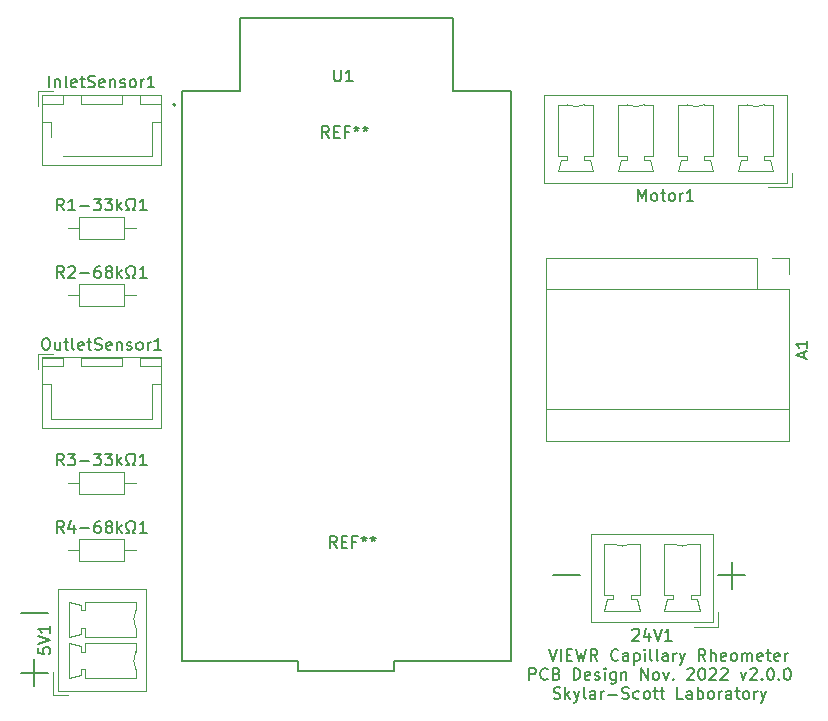
<source format=gbr>
%TF.GenerationSoftware,KiCad,Pcbnew,(6.0.1)*%
%TF.CreationDate,2022-10-31T14:49:25-07:00*%
%TF.ProjectId,Jianyi_PCB,4a69616e-7969-45f5-9043-422e6b696361,rev?*%
%TF.SameCoordinates,Original*%
%TF.FileFunction,Legend,Top*%
%TF.FilePolarity,Positive*%
%FSLAX46Y46*%
G04 Gerber Fmt 4.6, Leading zero omitted, Abs format (unit mm)*
G04 Created by KiCad (PCBNEW (6.0.1)) date 2022-10-31 14:49:25*
%MOMM*%
%LPD*%
G01*
G04 APERTURE LIST*
%ADD10C,0.150000*%
%ADD11C,0.120000*%
%ADD12C,0.127000*%
%ADD13C,0.200000*%
G04 APERTURE END LIST*
D10*
X115356857Y-105538380D02*
X115690190Y-106538380D01*
X116023523Y-105538380D01*
X116356857Y-106538380D02*
X116356857Y-105538380D01*
X116833047Y-106014571D02*
X117166380Y-106014571D01*
X117309238Y-106538380D02*
X116833047Y-106538380D01*
X116833047Y-105538380D01*
X117309238Y-105538380D01*
X117642571Y-105538380D02*
X117880666Y-106538380D01*
X118071142Y-105824095D01*
X118261619Y-106538380D01*
X118499714Y-105538380D01*
X119452095Y-106538380D02*
X119118761Y-106062190D01*
X118880666Y-106538380D02*
X118880666Y-105538380D01*
X119261619Y-105538380D01*
X119356857Y-105586000D01*
X119404476Y-105633619D01*
X119452095Y-105728857D01*
X119452095Y-105871714D01*
X119404476Y-105966952D01*
X119356857Y-106014571D01*
X119261619Y-106062190D01*
X118880666Y-106062190D01*
X121214000Y-106443142D02*
X121166380Y-106490761D01*
X121023523Y-106538380D01*
X120928285Y-106538380D01*
X120785428Y-106490761D01*
X120690190Y-106395523D01*
X120642571Y-106300285D01*
X120594952Y-106109809D01*
X120594952Y-105966952D01*
X120642571Y-105776476D01*
X120690190Y-105681238D01*
X120785428Y-105586000D01*
X120928285Y-105538380D01*
X121023523Y-105538380D01*
X121166380Y-105586000D01*
X121214000Y-105633619D01*
X122071142Y-106538380D02*
X122071142Y-106014571D01*
X122023523Y-105919333D01*
X121928285Y-105871714D01*
X121737809Y-105871714D01*
X121642571Y-105919333D01*
X122071142Y-106490761D02*
X121975904Y-106538380D01*
X121737809Y-106538380D01*
X121642571Y-106490761D01*
X121594952Y-106395523D01*
X121594952Y-106300285D01*
X121642571Y-106205047D01*
X121737809Y-106157428D01*
X121975904Y-106157428D01*
X122071142Y-106109809D01*
X122547333Y-105871714D02*
X122547333Y-106871714D01*
X122547333Y-105919333D02*
X122642571Y-105871714D01*
X122833047Y-105871714D01*
X122928285Y-105919333D01*
X122975904Y-105966952D01*
X123023523Y-106062190D01*
X123023523Y-106347904D01*
X122975904Y-106443142D01*
X122928285Y-106490761D01*
X122833047Y-106538380D01*
X122642571Y-106538380D01*
X122547333Y-106490761D01*
X123452095Y-106538380D02*
X123452095Y-105871714D01*
X123452095Y-105538380D02*
X123404476Y-105586000D01*
X123452095Y-105633619D01*
X123499714Y-105586000D01*
X123452095Y-105538380D01*
X123452095Y-105633619D01*
X124071142Y-106538380D02*
X123975904Y-106490761D01*
X123928285Y-106395523D01*
X123928285Y-105538380D01*
X124594952Y-106538380D02*
X124499714Y-106490761D01*
X124452095Y-106395523D01*
X124452095Y-105538380D01*
X125404476Y-106538380D02*
X125404476Y-106014571D01*
X125356857Y-105919333D01*
X125261619Y-105871714D01*
X125071142Y-105871714D01*
X124975904Y-105919333D01*
X125404476Y-106490761D02*
X125309238Y-106538380D01*
X125071142Y-106538380D01*
X124975904Y-106490761D01*
X124928285Y-106395523D01*
X124928285Y-106300285D01*
X124975904Y-106205047D01*
X125071142Y-106157428D01*
X125309238Y-106157428D01*
X125404476Y-106109809D01*
X125880666Y-106538380D02*
X125880666Y-105871714D01*
X125880666Y-106062190D02*
X125928285Y-105966952D01*
X125975904Y-105919333D01*
X126071142Y-105871714D01*
X126166380Y-105871714D01*
X126404476Y-105871714D02*
X126642571Y-106538380D01*
X126880666Y-105871714D02*
X126642571Y-106538380D01*
X126547333Y-106776476D01*
X126499714Y-106824095D01*
X126404476Y-106871714D01*
X128594952Y-106538380D02*
X128261619Y-106062190D01*
X128023523Y-106538380D02*
X128023523Y-105538380D01*
X128404476Y-105538380D01*
X128499714Y-105586000D01*
X128547333Y-105633619D01*
X128594952Y-105728857D01*
X128594952Y-105871714D01*
X128547333Y-105966952D01*
X128499714Y-106014571D01*
X128404476Y-106062190D01*
X128023523Y-106062190D01*
X129023523Y-106538380D02*
X129023523Y-105538380D01*
X129452095Y-106538380D02*
X129452095Y-106014571D01*
X129404476Y-105919333D01*
X129309238Y-105871714D01*
X129166380Y-105871714D01*
X129071142Y-105919333D01*
X129023523Y-105966952D01*
X130309238Y-106490761D02*
X130214000Y-106538380D01*
X130023523Y-106538380D01*
X129928285Y-106490761D01*
X129880666Y-106395523D01*
X129880666Y-106014571D01*
X129928285Y-105919333D01*
X130023523Y-105871714D01*
X130214000Y-105871714D01*
X130309238Y-105919333D01*
X130356857Y-106014571D01*
X130356857Y-106109809D01*
X129880666Y-106205047D01*
X130928285Y-106538380D02*
X130833047Y-106490761D01*
X130785428Y-106443142D01*
X130737809Y-106347904D01*
X130737809Y-106062190D01*
X130785428Y-105966952D01*
X130833047Y-105919333D01*
X130928285Y-105871714D01*
X131071142Y-105871714D01*
X131166380Y-105919333D01*
X131214000Y-105966952D01*
X131261619Y-106062190D01*
X131261619Y-106347904D01*
X131214000Y-106443142D01*
X131166380Y-106490761D01*
X131071142Y-106538380D01*
X130928285Y-106538380D01*
X131690190Y-106538380D02*
X131690190Y-105871714D01*
X131690190Y-105966952D02*
X131737809Y-105919333D01*
X131833047Y-105871714D01*
X131975904Y-105871714D01*
X132071142Y-105919333D01*
X132118761Y-106014571D01*
X132118761Y-106538380D01*
X132118761Y-106014571D02*
X132166380Y-105919333D01*
X132261619Y-105871714D01*
X132404476Y-105871714D01*
X132499714Y-105919333D01*
X132547333Y-106014571D01*
X132547333Y-106538380D01*
X133404476Y-106490761D02*
X133309238Y-106538380D01*
X133118761Y-106538380D01*
X133023523Y-106490761D01*
X132975904Y-106395523D01*
X132975904Y-106014571D01*
X133023523Y-105919333D01*
X133118761Y-105871714D01*
X133309238Y-105871714D01*
X133404476Y-105919333D01*
X133452095Y-106014571D01*
X133452095Y-106109809D01*
X132975904Y-106205047D01*
X133737809Y-105871714D02*
X134118761Y-105871714D01*
X133880666Y-105538380D02*
X133880666Y-106395523D01*
X133928285Y-106490761D01*
X134023523Y-106538380D01*
X134118761Y-106538380D01*
X134833047Y-106490761D02*
X134737809Y-106538380D01*
X134547333Y-106538380D01*
X134452095Y-106490761D01*
X134404476Y-106395523D01*
X134404476Y-106014571D01*
X134452095Y-105919333D01*
X134547333Y-105871714D01*
X134737809Y-105871714D01*
X134833047Y-105919333D01*
X134880666Y-106014571D01*
X134880666Y-106109809D01*
X134404476Y-106205047D01*
X135309238Y-106538380D02*
X135309238Y-105871714D01*
X135309238Y-106062190D02*
X135356857Y-105966952D01*
X135404476Y-105919333D01*
X135499714Y-105871714D01*
X135594952Y-105871714D01*
X113666380Y-108148380D02*
X113666380Y-107148380D01*
X114047333Y-107148380D01*
X114142571Y-107196000D01*
X114190190Y-107243619D01*
X114237809Y-107338857D01*
X114237809Y-107481714D01*
X114190190Y-107576952D01*
X114142571Y-107624571D01*
X114047333Y-107672190D01*
X113666380Y-107672190D01*
X115237809Y-108053142D02*
X115190190Y-108100761D01*
X115047333Y-108148380D01*
X114952095Y-108148380D01*
X114809238Y-108100761D01*
X114714000Y-108005523D01*
X114666380Y-107910285D01*
X114618761Y-107719809D01*
X114618761Y-107576952D01*
X114666380Y-107386476D01*
X114714000Y-107291238D01*
X114809238Y-107196000D01*
X114952095Y-107148380D01*
X115047333Y-107148380D01*
X115190190Y-107196000D01*
X115237809Y-107243619D01*
X115999714Y-107624571D02*
X116142571Y-107672190D01*
X116190190Y-107719809D01*
X116237809Y-107815047D01*
X116237809Y-107957904D01*
X116190190Y-108053142D01*
X116142571Y-108100761D01*
X116047333Y-108148380D01*
X115666380Y-108148380D01*
X115666380Y-107148380D01*
X115999714Y-107148380D01*
X116094952Y-107196000D01*
X116142571Y-107243619D01*
X116190190Y-107338857D01*
X116190190Y-107434095D01*
X116142571Y-107529333D01*
X116094952Y-107576952D01*
X115999714Y-107624571D01*
X115666380Y-107624571D01*
X117428285Y-108148380D02*
X117428285Y-107148380D01*
X117666380Y-107148380D01*
X117809238Y-107196000D01*
X117904476Y-107291238D01*
X117952095Y-107386476D01*
X117999714Y-107576952D01*
X117999714Y-107719809D01*
X117952095Y-107910285D01*
X117904476Y-108005523D01*
X117809238Y-108100761D01*
X117666380Y-108148380D01*
X117428285Y-108148380D01*
X118809238Y-108100761D02*
X118714000Y-108148380D01*
X118523523Y-108148380D01*
X118428285Y-108100761D01*
X118380666Y-108005523D01*
X118380666Y-107624571D01*
X118428285Y-107529333D01*
X118523523Y-107481714D01*
X118714000Y-107481714D01*
X118809238Y-107529333D01*
X118856857Y-107624571D01*
X118856857Y-107719809D01*
X118380666Y-107815047D01*
X119237809Y-108100761D02*
X119333047Y-108148380D01*
X119523523Y-108148380D01*
X119618761Y-108100761D01*
X119666380Y-108005523D01*
X119666380Y-107957904D01*
X119618761Y-107862666D01*
X119523523Y-107815047D01*
X119380666Y-107815047D01*
X119285428Y-107767428D01*
X119237809Y-107672190D01*
X119237809Y-107624571D01*
X119285428Y-107529333D01*
X119380666Y-107481714D01*
X119523523Y-107481714D01*
X119618761Y-107529333D01*
X120094952Y-108148380D02*
X120094952Y-107481714D01*
X120094952Y-107148380D02*
X120047333Y-107196000D01*
X120094952Y-107243619D01*
X120142571Y-107196000D01*
X120094952Y-107148380D01*
X120094952Y-107243619D01*
X120999714Y-107481714D02*
X120999714Y-108291238D01*
X120952095Y-108386476D01*
X120904476Y-108434095D01*
X120809238Y-108481714D01*
X120666380Y-108481714D01*
X120571142Y-108434095D01*
X120999714Y-108100761D02*
X120904476Y-108148380D01*
X120714000Y-108148380D01*
X120618761Y-108100761D01*
X120571142Y-108053142D01*
X120523523Y-107957904D01*
X120523523Y-107672190D01*
X120571142Y-107576952D01*
X120618761Y-107529333D01*
X120714000Y-107481714D01*
X120904476Y-107481714D01*
X120999714Y-107529333D01*
X121475904Y-107481714D02*
X121475904Y-108148380D01*
X121475904Y-107576952D02*
X121523523Y-107529333D01*
X121618761Y-107481714D01*
X121761619Y-107481714D01*
X121856857Y-107529333D01*
X121904476Y-107624571D01*
X121904476Y-108148380D01*
X123142571Y-108148380D02*
X123142571Y-107148380D01*
X123714000Y-108148380D01*
X123714000Y-107148380D01*
X124333047Y-108148380D02*
X124237809Y-108100761D01*
X124190190Y-108053142D01*
X124142571Y-107957904D01*
X124142571Y-107672190D01*
X124190190Y-107576952D01*
X124237809Y-107529333D01*
X124333047Y-107481714D01*
X124475904Y-107481714D01*
X124571142Y-107529333D01*
X124618761Y-107576952D01*
X124666380Y-107672190D01*
X124666380Y-107957904D01*
X124618761Y-108053142D01*
X124571142Y-108100761D01*
X124475904Y-108148380D01*
X124333047Y-108148380D01*
X124999714Y-107481714D02*
X125237809Y-108148380D01*
X125475904Y-107481714D01*
X125856857Y-108053142D02*
X125904476Y-108100761D01*
X125856857Y-108148380D01*
X125809238Y-108100761D01*
X125856857Y-108053142D01*
X125856857Y-108148380D01*
X127047333Y-107243619D02*
X127094952Y-107196000D01*
X127190190Y-107148380D01*
X127428285Y-107148380D01*
X127523523Y-107196000D01*
X127571142Y-107243619D01*
X127618761Y-107338857D01*
X127618761Y-107434095D01*
X127571142Y-107576952D01*
X126999714Y-108148380D01*
X127618761Y-108148380D01*
X128237809Y-107148380D02*
X128333047Y-107148380D01*
X128428285Y-107196000D01*
X128475904Y-107243619D01*
X128523523Y-107338857D01*
X128571142Y-107529333D01*
X128571142Y-107767428D01*
X128523523Y-107957904D01*
X128475904Y-108053142D01*
X128428285Y-108100761D01*
X128333047Y-108148380D01*
X128237809Y-108148380D01*
X128142571Y-108100761D01*
X128094952Y-108053142D01*
X128047333Y-107957904D01*
X127999714Y-107767428D01*
X127999714Y-107529333D01*
X128047333Y-107338857D01*
X128094952Y-107243619D01*
X128142571Y-107196000D01*
X128237809Y-107148380D01*
X128952095Y-107243619D02*
X128999714Y-107196000D01*
X129094952Y-107148380D01*
X129333047Y-107148380D01*
X129428285Y-107196000D01*
X129475904Y-107243619D01*
X129523523Y-107338857D01*
X129523523Y-107434095D01*
X129475904Y-107576952D01*
X128904476Y-108148380D01*
X129523523Y-108148380D01*
X129904476Y-107243619D02*
X129952095Y-107196000D01*
X130047333Y-107148380D01*
X130285428Y-107148380D01*
X130380666Y-107196000D01*
X130428285Y-107243619D01*
X130475904Y-107338857D01*
X130475904Y-107434095D01*
X130428285Y-107576952D01*
X129856857Y-108148380D01*
X130475904Y-108148380D01*
X131571142Y-107481714D02*
X131809238Y-108148380D01*
X132047333Y-107481714D01*
X132380666Y-107243619D02*
X132428285Y-107196000D01*
X132523523Y-107148380D01*
X132761619Y-107148380D01*
X132856857Y-107196000D01*
X132904476Y-107243619D01*
X132952095Y-107338857D01*
X132952095Y-107434095D01*
X132904476Y-107576952D01*
X132333047Y-108148380D01*
X132952095Y-108148380D01*
X133380666Y-108053142D02*
X133428285Y-108100761D01*
X133380666Y-108148380D01*
X133333047Y-108100761D01*
X133380666Y-108053142D01*
X133380666Y-108148380D01*
X134047333Y-107148380D02*
X134142571Y-107148380D01*
X134237809Y-107196000D01*
X134285428Y-107243619D01*
X134333047Y-107338857D01*
X134380666Y-107529333D01*
X134380666Y-107767428D01*
X134333047Y-107957904D01*
X134285428Y-108053142D01*
X134237809Y-108100761D01*
X134142571Y-108148380D01*
X134047333Y-108148380D01*
X133952095Y-108100761D01*
X133904476Y-108053142D01*
X133856857Y-107957904D01*
X133809238Y-107767428D01*
X133809238Y-107529333D01*
X133856857Y-107338857D01*
X133904476Y-107243619D01*
X133952095Y-107196000D01*
X134047333Y-107148380D01*
X134809238Y-108053142D02*
X134856857Y-108100761D01*
X134809238Y-108148380D01*
X134761619Y-108100761D01*
X134809238Y-108053142D01*
X134809238Y-108148380D01*
X135475904Y-107148380D02*
X135571142Y-107148380D01*
X135666380Y-107196000D01*
X135714000Y-107243619D01*
X135761619Y-107338857D01*
X135809238Y-107529333D01*
X135809238Y-107767428D01*
X135761619Y-107957904D01*
X135714000Y-108053142D01*
X135666380Y-108100761D01*
X135571142Y-108148380D01*
X135475904Y-108148380D01*
X135380666Y-108100761D01*
X135333047Y-108053142D01*
X135285428Y-107957904D01*
X135237809Y-107767428D01*
X135237809Y-107529333D01*
X135285428Y-107338857D01*
X135333047Y-107243619D01*
X135380666Y-107196000D01*
X135475904Y-107148380D01*
X115737809Y-109710761D02*
X115880666Y-109758380D01*
X116118761Y-109758380D01*
X116214000Y-109710761D01*
X116261619Y-109663142D01*
X116309238Y-109567904D01*
X116309238Y-109472666D01*
X116261619Y-109377428D01*
X116214000Y-109329809D01*
X116118761Y-109282190D01*
X115928285Y-109234571D01*
X115833047Y-109186952D01*
X115785428Y-109139333D01*
X115737809Y-109044095D01*
X115737809Y-108948857D01*
X115785428Y-108853619D01*
X115833047Y-108806000D01*
X115928285Y-108758380D01*
X116166380Y-108758380D01*
X116309238Y-108806000D01*
X116737809Y-109758380D02*
X116737809Y-108758380D01*
X116833047Y-109377428D02*
X117118761Y-109758380D01*
X117118761Y-109091714D02*
X116737809Y-109472666D01*
X117452095Y-109091714D02*
X117690190Y-109758380D01*
X117928285Y-109091714D02*
X117690190Y-109758380D01*
X117594952Y-109996476D01*
X117547333Y-110044095D01*
X117452095Y-110091714D01*
X118452095Y-109758380D02*
X118356857Y-109710761D01*
X118309238Y-109615523D01*
X118309238Y-108758380D01*
X119261619Y-109758380D02*
X119261619Y-109234571D01*
X119214000Y-109139333D01*
X119118761Y-109091714D01*
X118928285Y-109091714D01*
X118833047Y-109139333D01*
X119261619Y-109710761D02*
X119166380Y-109758380D01*
X118928285Y-109758380D01*
X118833047Y-109710761D01*
X118785428Y-109615523D01*
X118785428Y-109520285D01*
X118833047Y-109425047D01*
X118928285Y-109377428D01*
X119166380Y-109377428D01*
X119261619Y-109329809D01*
X119737809Y-109758380D02*
X119737809Y-109091714D01*
X119737809Y-109282190D02*
X119785428Y-109186952D01*
X119833047Y-109139333D01*
X119928285Y-109091714D01*
X120023523Y-109091714D01*
X120356857Y-109377428D02*
X121118761Y-109377428D01*
X121547333Y-109710761D02*
X121690190Y-109758380D01*
X121928285Y-109758380D01*
X122023523Y-109710761D01*
X122071142Y-109663142D01*
X122118761Y-109567904D01*
X122118761Y-109472666D01*
X122071142Y-109377428D01*
X122023523Y-109329809D01*
X121928285Y-109282190D01*
X121737809Y-109234571D01*
X121642571Y-109186952D01*
X121594952Y-109139333D01*
X121547333Y-109044095D01*
X121547333Y-108948857D01*
X121594952Y-108853619D01*
X121642571Y-108806000D01*
X121737809Y-108758380D01*
X121975904Y-108758380D01*
X122118761Y-108806000D01*
X122975904Y-109710761D02*
X122880666Y-109758380D01*
X122690190Y-109758380D01*
X122594952Y-109710761D01*
X122547333Y-109663142D01*
X122499714Y-109567904D01*
X122499714Y-109282190D01*
X122547333Y-109186952D01*
X122594952Y-109139333D01*
X122690190Y-109091714D01*
X122880666Y-109091714D01*
X122975904Y-109139333D01*
X123547333Y-109758380D02*
X123452095Y-109710761D01*
X123404476Y-109663142D01*
X123356857Y-109567904D01*
X123356857Y-109282190D01*
X123404476Y-109186952D01*
X123452095Y-109139333D01*
X123547333Y-109091714D01*
X123690190Y-109091714D01*
X123785428Y-109139333D01*
X123833047Y-109186952D01*
X123880666Y-109282190D01*
X123880666Y-109567904D01*
X123833047Y-109663142D01*
X123785428Y-109710761D01*
X123690190Y-109758380D01*
X123547333Y-109758380D01*
X124166380Y-109091714D02*
X124547333Y-109091714D01*
X124309238Y-108758380D02*
X124309238Y-109615523D01*
X124356857Y-109710761D01*
X124452095Y-109758380D01*
X124547333Y-109758380D01*
X124737809Y-109091714D02*
X125118761Y-109091714D01*
X124880666Y-108758380D02*
X124880666Y-109615523D01*
X124928285Y-109710761D01*
X125023523Y-109758380D01*
X125118761Y-109758380D01*
X126690190Y-109758380D02*
X126214000Y-109758380D01*
X126214000Y-108758380D01*
X127452095Y-109758380D02*
X127452095Y-109234571D01*
X127404476Y-109139333D01*
X127309238Y-109091714D01*
X127118761Y-109091714D01*
X127023523Y-109139333D01*
X127452095Y-109710761D02*
X127356857Y-109758380D01*
X127118761Y-109758380D01*
X127023523Y-109710761D01*
X126975904Y-109615523D01*
X126975904Y-109520285D01*
X127023523Y-109425047D01*
X127118761Y-109377428D01*
X127356857Y-109377428D01*
X127452095Y-109329809D01*
X127928285Y-109758380D02*
X127928285Y-108758380D01*
X127928285Y-109139333D02*
X128023523Y-109091714D01*
X128214000Y-109091714D01*
X128309238Y-109139333D01*
X128356857Y-109186952D01*
X128404476Y-109282190D01*
X128404476Y-109567904D01*
X128356857Y-109663142D01*
X128309238Y-109710761D01*
X128214000Y-109758380D01*
X128023523Y-109758380D01*
X127928285Y-109710761D01*
X128975904Y-109758380D02*
X128880666Y-109710761D01*
X128833047Y-109663142D01*
X128785428Y-109567904D01*
X128785428Y-109282190D01*
X128833047Y-109186952D01*
X128880666Y-109139333D01*
X128975904Y-109091714D01*
X129118761Y-109091714D01*
X129214000Y-109139333D01*
X129261619Y-109186952D01*
X129309238Y-109282190D01*
X129309238Y-109567904D01*
X129261619Y-109663142D01*
X129214000Y-109710761D01*
X129118761Y-109758380D01*
X128975904Y-109758380D01*
X129737809Y-109758380D02*
X129737809Y-109091714D01*
X129737809Y-109282190D02*
X129785428Y-109186952D01*
X129833047Y-109139333D01*
X129928285Y-109091714D01*
X130023523Y-109091714D01*
X130785428Y-109758380D02*
X130785428Y-109234571D01*
X130737809Y-109139333D01*
X130642571Y-109091714D01*
X130452095Y-109091714D01*
X130356857Y-109139333D01*
X130785428Y-109710761D02*
X130690190Y-109758380D01*
X130452095Y-109758380D01*
X130356857Y-109710761D01*
X130309238Y-109615523D01*
X130309238Y-109520285D01*
X130356857Y-109425047D01*
X130452095Y-109377428D01*
X130690190Y-109377428D01*
X130785428Y-109329809D01*
X131118761Y-109091714D02*
X131499714Y-109091714D01*
X131261619Y-108758380D02*
X131261619Y-109615523D01*
X131309238Y-109710761D01*
X131404476Y-109758380D01*
X131499714Y-109758380D01*
X131975904Y-109758380D02*
X131880666Y-109710761D01*
X131833047Y-109663142D01*
X131785428Y-109567904D01*
X131785428Y-109282190D01*
X131833047Y-109186952D01*
X131880666Y-109139333D01*
X131975904Y-109091714D01*
X132118761Y-109091714D01*
X132214000Y-109139333D01*
X132261619Y-109186952D01*
X132309238Y-109282190D01*
X132309238Y-109567904D01*
X132261619Y-109663142D01*
X132214000Y-109710761D01*
X132118761Y-109758380D01*
X131975904Y-109758380D01*
X132737809Y-109758380D02*
X132737809Y-109091714D01*
X132737809Y-109282190D02*
X132785428Y-109186952D01*
X132833047Y-109139333D01*
X132928285Y-109091714D01*
X133023523Y-109091714D01*
X133261619Y-109091714D02*
X133499714Y-109758380D01*
X133737809Y-109091714D02*
X133499714Y-109758380D01*
X133404476Y-109996476D01*
X133356857Y-110044095D01*
X133261619Y-110091714D01*
X129667142Y-99274285D02*
X131952857Y-99274285D01*
X130810000Y-100417142D02*
X130810000Y-98131428D01*
X70612142Y-102449285D02*
X72897857Y-102449285D01*
X70612142Y-107529285D02*
X72897857Y-107529285D01*
X71755000Y-108672142D02*
X71755000Y-106386428D01*
X115697142Y-99274285D02*
X117982857Y-99274285D01*
%TO.C,REF\u002A\u002A*%
X97371066Y-96963380D02*
X97037733Y-96487190D01*
X96799638Y-96963380D02*
X96799638Y-95963380D01*
X97180590Y-95963380D01*
X97275828Y-96011000D01*
X97323447Y-96058619D01*
X97371066Y-96153857D01*
X97371066Y-96296714D01*
X97323447Y-96391952D01*
X97275828Y-96439571D01*
X97180590Y-96487190D01*
X96799638Y-96487190D01*
X97799638Y-96439571D02*
X98132971Y-96439571D01*
X98275828Y-96963380D02*
X97799638Y-96963380D01*
X97799638Y-95963380D01*
X98275828Y-95963380D01*
X99037733Y-96439571D02*
X98704400Y-96439571D01*
X98704400Y-96963380D02*
X98704400Y-95963380D01*
X99180590Y-95963380D01*
X99704400Y-95963380D02*
X99704400Y-96201476D01*
X99466304Y-96106238D02*
X99704400Y-96201476D01*
X99942495Y-96106238D01*
X99561542Y-96391952D02*
X99704400Y-96201476D01*
X99847257Y-96391952D01*
X100466304Y-95963380D02*
X100466304Y-96201476D01*
X100228209Y-96106238D02*
X100466304Y-96201476D01*
X100704400Y-96106238D01*
X100323447Y-96391952D02*
X100466304Y-96201476D01*
X100609161Y-96391952D01*
X96710666Y-62266980D02*
X96377333Y-61790790D01*
X96139238Y-62266980D02*
X96139238Y-61266980D01*
X96520190Y-61266980D01*
X96615428Y-61314600D01*
X96663047Y-61362219D01*
X96710666Y-61457457D01*
X96710666Y-61600314D01*
X96663047Y-61695552D01*
X96615428Y-61743171D01*
X96520190Y-61790790D01*
X96139238Y-61790790D01*
X97139238Y-61743171D02*
X97472571Y-61743171D01*
X97615428Y-62266980D02*
X97139238Y-62266980D01*
X97139238Y-61266980D01*
X97615428Y-61266980D01*
X98377333Y-61743171D02*
X98044000Y-61743171D01*
X98044000Y-62266980D02*
X98044000Y-61266980D01*
X98520190Y-61266980D01*
X99044000Y-61266980D02*
X99044000Y-61505076D01*
X98805904Y-61409838D02*
X99044000Y-61505076D01*
X99282095Y-61409838D01*
X98901142Y-61695552D02*
X99044000Y-61505076D01*
X99186857Y-61695552D01*
X99805904Y-61266980D02*
X99805904Y-61505076D01*
X99567809Y-61409838D02*
X99805904Y-61505076D01*
X100044000Y-61409838D01*
X99663047Y-61695552D02*
X99805904Y-61505076D01*
X99948761Y-61695552D01*
%TO.C,OutletSensor1*%
X72660476Y-79197380D02*
X72850952Y-79197380D01*
X72946190Y-79245000D01*
X73041428Y-79340238D01*
X73089047Y-79530714D01*
X73089047Y-79864047D01*
X73041428Y-80054523D01*
X72946190Y-80149761D01*
X72850952Y-80197380D01*
X72660476Y-80197380D01*
X72565238Y-80149761D01*
X72470000Y-80054523D01*
X72422380Y-79864047D01*
X72422380Y-79530714D01*
X72470000Y-79340238D01*
X72565238Y-79245000D01*
X72660476Y-79197380D01*
X73946190Y-79530714D02*
X73946190Y-80197380D01*
X73517619Y-79530714D02*
X73517619Y-80054523D01*
X73565238Y-80149761D01*
X73660476Y-80197380D01*
X73803333Y-80197380D01*
X73898571Y-80149761D01*
X73946190Y-80102142D01*
X74279523Y-79530714D02*
X74660476Y-79530714D01*
X74422380Y-79197380D02*
X74422380Y-80054523D01*
X74470000Y-80149761D01*
X74565238Y-80197380D01*
X74660476Y-80197380D01*
X75136666Y-80197380D02*
X75041428Y-80149761D01*
X74993809Y-80054523D01*
X74993809Y-79197380D01*
X75898571Y-80149761D02*
X75803333Y-80197380D01*
X75612857Y-80197380D01*
X75517619Y-80149761D01*
X75470000Y-80054523D01*
X75470000Y-79673571D01*
X75517619Y-79578333D01*
X75612857Y-79530714D01*
X75803333Y-79530714D01*
X75898571Y-79578333D01*
X75946190Y-79673571D01*
X75946190Y-79768809D01*
X75470000Y-79864047D01*
X76231904Y-79530714D02*
X76612857Y-79530714D01*
X76374761Y-79197380D02*
X76374761Y-80054523D01*
X76422380Y-80149761D01*
X76517619Y-80197380D01*
X76612857Y-80197380D01*
X76898571Y-80149761D02*
X77041428Y-80197380D01*
X77279523Y-80197380D01*
X77374761Y-80149761D01*
X77422380Y-80102142D01*
X77470000Y-80006904D01*
X77470000Y-79911666D01*
X77422380Y-79816428D01*
X77374761Y-79768809D01*
X77279523Y-79721190D01*
X77089047Y-79673571D01*
X76993809Y-79625952D01*
X76946190Y-79578333D01*
X76898571Y-79483095D01*
X76898571Y-79387857D01*
X76946190Y-79292619D01*
X76993809Y-79245000D01*
X77089047Y-79197380D01*
X77327142Y-79197380D01*
X77470000Y-79245000D01*
X78279523Y-80149761D02*
X78184285Y-80197380D01*
X77993809Y-80197380D01*
X77898571Y-80149761D01*
X77850952Y-80054523D01*
X77850952Y-79673571D01*
X77898571Y-79578333D01*
X77993809Y-79530714D01*
X78184285Y-79530714D01*
X78279523Y-79578333D01*
X78327142Y-79673571D01*
X78327142Y-79768809D01*
X77850952Y-79864047D01*
X78755714Y-79530714D02*
X78755714Y-80197380D01*
X78755714Y-79625952D02*
X78803333Y-79578333D01*
X78898571Y-79530714D01*
X79041428Y-79530714D01*
X79136666Y-79578333D01*
X79184285Y-79673571D01*
X79184285Y-80197380D01*
X79612857Y-80149761D02*
X79708095Y-80197380D01*
X79898571Y-80197380D01*
X79993809Y-80149761D01*
X80041428Y-80054523D01*
X80041428Y-80006904D01*
X79993809Y-79911666D01*
X79898571Y-79864047D01*
X79755714Y-79864047D01*
X79660476Y-79816428D01*
X79612857Y-79721190D01*
X79612857Y-79673571D01*
X79660476Y-79578333D01*
X79755714Y-79530714D01*
X79898571Y-79530714D01*
X79993809Y-79578333D01*
X80612857Y-80197380D02*
X80517619Y-80149761D01*
X80470000Y-80102142D01*
X80422380Y-80006904D01*
X80422380Y-79721190D01*
X80470000Y-79625952D01*
X80517619Y-79578333D01*
X80612857Y-79530714D01*
X80755714Y-79530714D01*
X80850952Y-79578333D01*
X80898571Y-79625952D01*
X80946190Y-79721190D01*
X80946190Y-80006904D01*
X80898571Y-80102142D01*
X80850952Y-80149761D01*
X80755714Y-80197380D01*
X80612857Y-80197380D01*
X81374761Y-80197380D02*
X81374761Y-79530714D01*
X81374761Y-79721190D02*
X81422380Y-79625952D01*
X81470000Y-79578333D01*
X81565238Y-79530714D01*
X81660476Y-79530714D01*
X82517619Y-80197380D02*
X81946190Y-80197380D01*
X82231904Y-80197380D02*
X82231904Y-79197380D01*
X82136666Y-79340238D01*
X82041428Y-79435476D01*
X81946190Y-79483095D01*
%TO.C,R4-68k\u03A91*%
X74279523Y-95687380D02*
X73946190Y-95211190D01*
X73708095Y-95687380D02*
X73708095Y-94687380D01*
X74089047Y-94687380D01*
X74184285Y-94735000D01*
X74231904Y-94782619D01*
X74279523Y-94877857D01*
X74279523Y-95020714D01*
X74231904Y-95115952D01*
X74184285Y-95163571D01*
X74089047Y-95211190D01*
X73708095Y-95211190D01*
X75136666Y-95020714D02*
X75136666Y-95687380D01*
X74898571Y-94639761D02*
X74660476Y-95354047D01*
X75279523Y-95354047D01*
X75660476Y-95306428D02*
X76422380Y-95306428D01*
X77327142Y-94687380D02*
X77136666Y-94687380D01*
X77041428Y-94735000D01*
X76993809Y-94782619D01*
X76898571Y-94925476D01*
X76850952Y-95115952D01*
X76850952Y-95496904D01*
X76898571Y-95592142D01*
X76946190Y-95639761D01*
X77041428Y-95687380D01*
X77231904Y-95687380D01*
X77327142Y-95639761D01*
X77374761Y-95592142D01*
X77422380Y-95496904D01*
X77422380Y-95258809D01*
X77374761Y-95163571D01*
X77327142Y-95115952D01*
X77231904Y-95068333D01*
X77041428Y-95068333D01*
X76946190Y-95115952D01*
X76898571Y-95163571D01*
X76850952Y-95258809D01*
X77993809Y-95115952D02*
X77898571Y-95068333D01*
X77850952Y-95020714D01*
X77803333Y-94925476D01*
X77803333Y-94877857D01*
X77850952Y-94782619D01*
X77898571Y-94735000D01*
X77993809Y-94687380D01*
X78184285Y-94687380D01*
X78279523Y-94735000D01*
X78327142Y-94782619D01*
X78374761Y-94877857D01*
X78374761Y-94925476D01*
X78327142Y-95020714D01*
X78279523Y-95068333D01*
X78184285Y-95115952D01*
X77993809Y-95115952D01*
X77898571Y-95163571D01*
X77850952Y-95211190D01*
X77803333Y-95306428D01*
X77803333Y-95496904D01*
X77850952Y-95592142D01*
X77898571Y-95639761D01*
X77993809Y-95687380D01*
X78184285Y-95687380D01*
X78279523Y-95639761D01*
X78327142Y-95592142D01*
X78374761Y-95496904D01*
X78374761Y-95306428D01*
X78327142Y-95211190D01*
X78279523Y-95163571D01*
X78184285Y-95115952D01*
X78803333Y-95687380D02*
X78803333Y-94687380D01*
X78898571Y-95306428D02*
X79184285Y-95687380D01*
X79184285Y-95020714D02*
X78803333Y-95401666D01*
X79565238Y-95687380D02*
X79803333Y-95687380D01*
X79803333Y-95496904D01*
X79708095Y-95449285D01*
X79612857Y-95354047D01*
X79565238Y-95211190D01*
X79565238Y-94973095D01*
X79612857Y-94830238D01*
X79708095Y-94735000D01*
X79850952Y-94687380D01*
X80041428Y-94687380D01*
X80184285Y-94735000D01*
X80279523Y-94830238D01*
X80327142Y-94973095D01*
X80327142Y-95211190D01*
X80279523Y-95354047D01*
X80184285Y-95449285D01*
X80089047Y-95496904D01*
X80089047Y-95687380D01*
X80327142Y-95687380D01*
X81279523Y-95687380D02*
X80708095Y-95687380D01*
X80993809Y-95687380D02*
X80993809Y-94687380D01*
X80898571Y-94830238D01*
X80803333Y-94925476D01*
X80708095Y-94973095D01*
%TO.C,Motor1*%
X122912476Y-67597380D02*
X122912476Y-66597380D01*
X123245809Y-67311666D01*
X123579142Y-66597380D01*
X123579142Y-67597380D01*
X124198190Y-67597380D02*
X124102952Y-67549761D01*
X124055333Y-67502142D01*
X124007714Y-67406904D01*
X124007714Y-67121190D01*
X124055333Y-67025952D01*
X124102952Y-66978333D01*
X124198190Y-66930714D01*
X124341047Y-66930714D01*
X124436285Y-66978333D01*
X124483904Y-67025952D01*
X124531523Y-67121190D01*
X124531523Y-67406904D01*
X124483904Y-67502142D01*
X124436285Y-67549761D01*
X124341047Y-67597380D01*
X124198190Y-67597380D01*
X124817238Y-66930714D02*
X125198190Y-66930714D01*
X124960095Y-66597380D02*
X124960095Y-67454523D01*
X125007714Y-67549761D01*
X125102952Y-67597380D01*
X125198190Y-67597380D01*
X125674380Y-67597380D02*
X125579142Y-67549761D01*
X125531523Y-67502142D01*
X125483904Y-67406904D01*
X125483904Y-67121190D01*
X125531523Y-67025952D01*
X125579142Y-66978333D01*
X125674380Y-66930714D01*
X125817238Y-66930714D01*
X125912476Y-66978333D01*
X125960095Y-67025952D01*
X126007714Y-67121190D01*
X126007714Y-67406904D01*
X125960095Y-67502142D01*
X125912476Y-67549761D01*
X125817238Y-67597380D01*
X125674380Y-67597380D01*
X126436285Y-67597380D02*
X126436285Y-66930714D01*
X126436285Y-67121190D02*
X126483904Y-67025952D01*
X126531523Y-66978333D01*
X126626761Y-66930714D01*
X126722000Y-66930714D01*
X127579142Y-67597380D02*
X127007714Y-67597380D01*
X127293428Y-67597380D02*
X127293428Y-66597380D01*
X127198190Y-66740238D01*
X127102952Y-66835476D01*
X127007714Y-66883095D01*
%TO.C,U1*%
X97155095Y-56475380D02*
X97155095Y-57284904D01*
X97202714Y-57380142D01*
X97250333Y-57427761D01*
X97345571Y-57475380D01*
X97536047Y-57475380D01*
X97631285Y-57427761D01*
X97678904Y-57380142D01*
X97726523Y-57284904D01*
X97726523Y-56475380D01*
X98726523Y-57475380D02*
X98155095Y-57475380D01*
X98440809Y-57475380D02*
X98440809Y-56475380D01*
X98345571Y-56618238D01*
X98250333Y-56713476D01*
X98155095Y-56761095D01*
%TO.C,5V1*%
X72107380Y-105424166D02*
X72107380Y-105900357D01*
X72583571Y-105947976D01*
X72535952Y-105900357D01*
X72488333Y-105805119D01*
X72488333Y-105567023D01*
X72535952Y-105471785D01*
X72583571Y-105424166D01*
X72678809Y-105376547D01*
X72916904Y-105376547D01*
X73012142Y-105424166D01*
X73059761Y-105471785D01*
X73107380Y-105567023D01*
X73107380Y-105805119D01*
X73059761Y-105900357D01*
X73012142Y-105947976D01*
X72107380Y-105090833D02*
X73107380Y-104757500D01*
X72107380Y-104424166D01*
X73107380Y-103567023D02*
X73107380Y-104138452D01*
X73107380Y-103852738D02*
X72107380Y-103852738D01*
X72250238Y-103947976D01*
X72345476Y-104043214D01*
X72393095Y-104138452D01*
%TO.C,R1-33k\u03A91*%
X74279523Y-68382380D02*
X73946190Y-67906190D01*
X73708095Y-68382380D02*
X73708095Y-67382380D01*
X74089047Y-67382380D01*
X74184285Y-67430000D01*
X74231904Y-67477619D01*
X74279523Y-67572857D01*
X74279523Y-67715714D01*
X74231904Y-67810952D01*
X74184285Y-67858571D01*
X74089047Y-67906190D01*
X73708095Y-67906190D01*
X75231904Y-68382380D02*
X74660476Y-68382380D01*
X74946190Y-68382380D02*
X74946190Y-67382380D01*
X74850952Y-67525238D01*
X74755714Y-67620476D01*
X74660476Y-67668095D01*
X75660476Y-68001428D02*
X76422380Y-68001428D01*
X76803333Y-67382380D02*
X77422380Y-67382380D01*
X77089047Y-67763333D01*
X77231904Y-67763333D01*
X77327142Y-67810952D01*
X77374761Y-67858571D01*
X77422380Y-67953809D01*
X77422380Y-68191904D01*
X77374761Y-68287142D01*
X77327142Y-68334761D01*
X77231904Y-68382380D01*
X76946190Y-68382380D01*
X76850952Y-68334761D01*
X76803333Y-68287142D01*
X77755714Y-67382380D02*
X78374761Y-67382380D01*
X78041428Y-67763333D01*
X78184285Y-67763333D01*
X78279523Y-67810952D01*
X78327142Y-67858571D01*
X78374761Y-67953809D01*
X78374761Y-68191904D01*
X78327142Y-68287142D01*
X78279523Y-68334761D01*
X78184285Y-68382380D01*
X77898571Y-68382380D01*
X77803333Y-68334761D01*
X77755714Y-68287142D01*
X78803333Y-68382380D02*
X78803333Y-67382380D01*
X78898571Y-68001428D02*
X79184285Y-68382380D01*
X79184285Y-67715714D02*
X78803333Y-68096666D01*
X79565238Y-68382380D02*
X79803333Y-68382380D01*
X79803333Y-68191904D01*
X79708095Y-68144285D01*
X79612857Y-68049047D01*
X79565238Y-67906190D01*
X79565238Y-67668095D01*
X79612857Y-67525238D01*
X79708095Y-67430000D01*
X79850952Y-67382380D01*
X80041428Y-67382380D01*
X80184285Y-67430000D01*
X80279523Y-67525238D01*
X80327142Y-67668095D01*
X80327142Y-67906190D01*
X80279523Y-68049047D01*
X80184285Y-68144285D01*
X80089047Y-68191904D01*
X80089047Y-68382380D01*
X80327142Y-68382380D01*
X81279523Y-68382380D02*
X80708095Y-68382380D01*
X80993809Y-68382380D02*
X80993809Y-67382380D01*
X80898571Y-67525238D01*
X80803333Y-67620476D01*
X80708095Y-67668095D01*
%TO.C,R2-68k\u03A91*%
X74279523Y-74097380D02*
X73946190Y-73621190D01*
X73708095Y-74097380D02*
X73708095Y-73097380D01*
X74089047Y-73097380D01*
X74184285Y-73145000D01*
X74231904Y-73192619D01*
X74279523Y-73287857D01*
X74279523Y-73430714D01*
X74231904Y-73525952D01*
X74184285Y-73573571D01*
X74089047Y-73621190D01*
X73708095Y-73621190D01*
X74660476Y-73192619D02*
X74708095Y-73145000D01*
X74803333Y-73097380D01*
X75041428Y-73097380D01*
X75136666Y-73145000D01*
X75184285Y-73192619D01*
X75231904Y-73287857D01*
X75231904Y-73383095D01*
X75184285Y-73525952D01*
X74612857Y-74097380D01*
X75231904Y-74097380D01*
X75660476Y-73716428D02*
X76422380Y-73716428D01*
X77327142Y-73097380D02*
X77136666Y-73097380D01*
X77041428Y-73145000D01*
X76993809Y-73192619D01*
X76898571Y-73335476D01*
X76850952Y-73525952D01*
X76850952Y-73906904D01*
X76898571Y-74002142D01*
X76946190Y-74049761D01*
X77041428Y-74097380D01*
X77231904Y-74097380D01*
X77327142Y-74049761D01*
X77374761Y-74002142D01*
X77422380Y-73906904D01*
X77422380Y-73668809D01*
X77374761Y-73573571D01*
X77327142Y-73525952D01*
X77231904Y-73478333D01*
X77041428Y-73478333D01*
X76946190Y-73525952D01*
X76898571Y-73573571D01*
X76850952Y-73668809D01*
X77993809Y-73525952D02*
X77898571Y-73478333D01*
X77850952Y-73430714D01*
X77803333Y-73335476D01*
X77803333Y-73287857D01*
X77850952Y-73192619D01*
X77898571Y-73145000D01*
X77993809Y-73097380D01*
X78184285Y-73097380D01*
X78279523Y-73145000D01*
X78327142Y-73192619D01*
X78374761Y-73287857D01*
X78374761Y-73335476D01*
X78327142Y-73430714D01*
X78279523Y-73478333D01*
X78184285Y-73525952D01*
X77993809Y-73525952D01*
X77898571Y-73573571D01*
X77850952Y-73621190D01*
X77803333Y-73716428D01*
X77803333Y-73906904D01*
X77850952Y-74002142D01*
X77898571Y-74049761D01*
X77993809Y-74097380D01*
X78184285Y-74097380D01*
X78279523Y-74049761D01*
X78327142Y-74002142D01*
X78374761Y-73906904D01*
X78374761Y-73716428D01*
X78327142Y-73621190D01*
X78279523Y-73573571D01*
X78184285Y-73525952D01*
X78803333Y-74097380D02*
X78803333Y-73097380D01*
X78898571Y-73716428D02*
X79184285Y-74097380D01*
X79184285Y-73430714D02*
X78803333Y-73811666D01*
X79565238Y-74097380D02*
X79803333Y-74097380D01*
X79803333Y-73906904D01*
X79708095Y-73859285D01*
X79612857Y-73764047D01*
X79565238Y-73621190D01*
X79565238Y-73383095D01*
X79612857Y-73240238D01*
X79708095Y-73145000D01*
X79850952Y-73097380D01*
X80041428Y-73097380D01*
X80184285Y-73145000D01*
X80279523Y-73240238D01*
X80327142Y-73383095D01*
X80327142Y-73621190D01*
X80279523Y-73764047D01*
X80184285Y-73859285D01*
X80089047Y-73906904D01*
X80089047Y-74097380D01*
X80327142Y-74097380D01*
X81279523Y-74097380D02*
X80708095Y-74097380D01*
X80993809Y-74097380D02*
X80993809Y-73097380D01*
X80898571Y-73240238D01*
X80803333Y-73335476D01*
X80708095Y-73383095D01*
%TO.C,InletSensor1*%
X73041428Y-57972380D02*
X73041428Y-56972380D01*
X73517619Y-57305714D02*
X73517619Y-57972380D01*
X73517619Y-57400952D02*
X73565238Y-57353333D01*
X73660476Y-57305714D01*
X73803333Y-57305714D01*
X73898571Y-57353333D01*
X73946190Y-57448571D01*
X73946190Y-57972380D01*
X74565238Y-57972380D02*
X74470000Y-57924761D01*
X74422380Y-57829523D01*
X74422380Y-56972380D01*
X75327142Y-57924761D02*
X75231904Y-57972380D01*
X75041428Y-57972380D01*
X74946190Y-57924761D01*
X74898571Y-57829523D01*
X74898571Y-57448571D01*
X74946190Y-57353333D01*
X75041428Y-57305714D01*
X75231904Y-57305714D01*
X75327142Y-57353333D01*
X75374761Y-57448571D01*
X75374761Y-57543809D01*
X74898571Y-57639047D01*
X75660476Y-57305714D02*
X76041428Y-57305714D01*
X75803333Y-56972380D02*
X75803333Y-57829523D01*
X75850952Y-57924761D01*
X75946190Y-57972380D01*
X76041428Y-57972380D01*
X76327142Y-57924761D02*
X76470000Y-57972380D01*
X76708095Y-57972380D01*
X76803333Y-57924761D01*
X76850952Y-57877142D01*
X76898571Y-57781904D01*
X76898571Y-57686666D01*
X76850952Y-57591428D01*
X76803333Y-57543809D01*
X76708095Y-57496190D01*
X76517619Y-57448571D01*
X76422380Y-57400952D01*
X76374761Y-57353333D01*
X76327142Y-57258095D01*
X76327142Y-57162857D01*
X76374761Y-57067619D01*
X76422380Y-57020000D01*
X76517619Y-56972380D01*
X76755714Y-56972380D01*
X76898571Y-57020000D01*
X77708095Y-57924761D02*
X77612857Y-57972380D01*
X77422380Y-57972380D01*
X77327142Y-57924761D01*
X77279523Y-57829523D01*
X77279523Y-57448571D01*
X77327142Y-57353333D01*
X77422380Y-57305714D01*
X77612857Y-57305714D01*
X77708095Y-57353333D01*
X77755714Y-57448571D01*
X77755714Y-57543809D01*
X77279523Y-57639047D01*
X78184285Y-57305714D02*
X78184285Y-57972380D01*
X78184285Y-57400952D02*
X78231904Y-57353333D01*
X78327142Y-57305714D01*
X78470000Y-57305714D01*
X78565238Y-57353333D01*
X78612857Y-57448571D01*
X78612857Y-57972380D01*
X79041428Y-57924761D02*
X79136666Y-57972380D01*
X79327142Y-57972380D01*
X79422380Y-57924761D01*
X79470000Y-57829523D01*
X79470000Y-57781904D01*
X79422380Y-57686666D01*
X79327142Y-57639047D01*
X79184285Y-57639047D01*
X79089047Y-57591428D01*
X79041428Y-57496190D01*
X79041428Y-57448571D01*
X79089047Y-57353333D01*
X79184285Y-57305714D01*
X79327142Y-57305714D01*
X79422380Y-57353333D01*
X80041428Y-57972380D02*
X79946190Y-57924761D01*
X79898571Y-57877142D01*
X79850952Y-57781904D01*
X79850952Y-57496190D01*
X79898571Y-57400952D01*
X79946190Y-57353333D01*
X80041428Y-57305714D01*
X80184285Y-57305714D01*
X80279523Y-57353333D01*
X80327142Y-57400952D01*
X80374761Y-57496190D01*
X80374761Y-57781904D01*
X80327142Y-57877142D01*
X80279523Y-57924761D01*
X80184285Y-57972380D01*
X80041428Y-57972380D01*
X80803333Y-57972380D02*
X80803333Y-57305714D01*
X80803333Y-57496190D02*
X80850952Y-57400952D01*
X80898571Y-57353333D01*
X80993809Y-57305714D01*
X81089047Y-57305714D01*
X81946190Y-57972380D02*
X81374761Y-57972380D01*
X81660476Y-57972380D02*
X81660476Y-56972380D01*
X81565238Y-57115238D01*
X81470000Y-57210476D01*
X81374761Y-57258095D01*
%TO.C,24V1*%
X122412333Y-103903619D02*
X122459952Y-103856000D01*
X122555190Y-103808380D01*
X122793285Y-103808380D01*
X122888523Y-103856000D01*
X122936142Y-103903619D01*
X122983761Y-103998857D01*
X122983761Y-104094095D01*
X122936142Y-104236952D01*
X122364714Y-104808380D01*
X122983761Y-104808380D01*
X123840904Y-104141714D02*
X123840904Y-104808380D01*
X123602809Y-103760761D02*
X123364714Y-104475047D01*
X123983761Y-104475047D01*
X124221857Y-103808380D02*
X124555190Y-104808380D01*
X124888523Y-103808380D01*
X125745666Y-104808380D02*
X125174238Y-104808380D01*
X125459952Y-104808380D02*
X125459952Y-103808380D01*
X125364714Y-103951238D01*
X125269476Y-104046476D01*
X125174238Y-104094095D01*
%TO.C,A1*%
X136945666Y-80861285D02*
X136945666Y-80385095D01*
X137231380Y-80956523D02*
X136231380Y-80623190D01*
X137231380Y-80289857D01*
X137231380Y-79432714D02*
X137231380Y-80004142D01*
X137231380Y-79718428D02*
X136231380Y-79718428D01*
X136374238Y-79813666D01*
X136469476Y-79908904D01*
X136517095Y-80004142D01*
%TO.C,R3-33k\u03A91*%
X74279523Y-89972380D02*
X73946190Y-89496190D01*
X73708095Y-89972380D02*
X73708095Y-88972380D01*
X74089047Y-88972380D01*
X74184285Y-89020000D01*
X74231904Y-89067619D01*
X74279523Y-89162857D01*
X74279523Y-89305714D01*
X74231904Y-89400952D01*
X74184285Y-89448571D01*
X74089047Y-89496190D01*
X73708095Y-89496190D01*
X74612857Y-88972380D02*
X75231904Y-88972380D01*
X74898571Y-89353333D01*
X75041428Y-89353333D01*
X75136666Y-89400952D01*
X75184285Y-89448571D01*
X75231904Y-89543809D01*
X75231904Y-89781904D01*
X75184285Y-89877142D01*
X75136666Y-89924761D01*
X75041428Y-89972380D01*
X74755714Y-89972380D01*
X74660476Y-89924761D01*
X74612857Y-89877142D01*
X75660476Y-89591428D02*
X76422380Y-89591428D01*
X76803333Y-88972380D02*
X77422380Y-88972380D01*
X77089047Y-89353333D01*
X77231904Y-89353333D01*
X77327142Y-89400952D01*
X77374761Y-89448571D01*
X77422380Y-89543809D01*
X77422380Y-89781904D01*
X77374761Y-89877142D01*
X77327142Y-89924761D01*
X77231904Y-89972380D01*
X76946190Y-89972380D01*
X76850952Y-89924761D01*
X76803333Y-89877142D01*
X77755714Y-88972380D02*
X78374761Y-88972380D01*
X78041428Y-89353333D01*
X78184285Y-89353333D01*
X78279523Y-89400952D01*
X78327142Y-89448571D01*
X78374761Y-89543809D01*
X78374761Y-89781904D01*
X78327142Y-89877142D01*
X78279523Y-89924761D01*
X78184285Y-89972380D01*
X77898571Y-89972380D01*
X77803333Y-89924761D01*
X77755714Y-89877142D01*
X78803333Y-89972380D02*
X78803333Y-88972380D01*
X78898571Y-89591428D02*
X79184285Y-89972380D01*
X79184285Y-89305714D02*
X78803333Y-89686666D01*
X79565238Y-89972380D02*
X79803333Y-89972380D01*
X79803333Y-89781904D01*
X79708095Y-89734285D01*
X79612857Y-89639047D01*
X79565238Y-89496190D01*
X79565238Y-89258095D01*
X79612857Y-89115238D01*
X79708095Y-89020000D01*
X79850952Y-88972380D01*
X80041428Y-88972380D01*
X80184285Y-89020000D01*
X80279523Y-89115238D01*
X80327142Y-89258095D01*
X80327142Y-89496190D01*
X80279523Y-89639047D01*
X80184285Y-89734285D01*
X80089047Y-89781904D01*
X80089047Y-89972380D01*
X80327142Y-89972380D01*
X81279523Y-89972380D02*
X80708095Y-89972380D01*
X80993809Y-89972380D02*
X80993809Y-88972380D01*
X80898571Y-89115238D01*
X80803333Y-89210476D01*
X80708095Y-89258095D01*
D11*
%TO.C,OutletSensor1*%
X80720000Y-81595000D02*
X82520000Y-81595000D01*
X72410000Y-86805000D02*
X82530000Y-86805000D01*
X82520000Y-81595000D02*
X82520000Y-80845000D01*
X75720000Y-80845000D02*
X75720000Y-81595000D01*
X79220000Y-81595000D02*
X79220000Y-80845000D01*
X74220000Y-80845000D02*
X72420000Y-80845000D01*
X73370000Y-80545000D02*
X72120000Y-80545000D01*
X82530000Y-80835000D02*
X72410000Y-80835000D01*
X74220000Y-81595000D02*
X74220000Y-80845000D01*
X75720000Y-81595000D02*
X79220000Y-81595000D01*
X72410000Y-80835000D02*
X72410000Y-86805000D01*
X82530000Y-86805000D02*
X82530000Y-80835000D01*
X81770000Y-83095000D02*
X81770000Y-86045000D01*
X72420000Y-83095000D02*
X73170000Y-83095000D01*
X81770000Y-86045000D02*
X77470000Y-86045000D01*
X72420000Y-81595000D02*
X74220000Y-81595000D01*
X80720000Y-80845000D02*
X80720000Y-81595000D01*
X73170000Y-86045000D02*
X77470000Y-86045000D01*
X82520000Y-80845000D02*
X80720000Y-80845000D01*
X79220000Y-80845000D02*
X75720000Y-80845000D01*
X72420000Y-80845000D02*
X72420000Y-81595000D01*
X82520000Y-83095000D02*
X81770000Y-83095000D01*
X73170000Y-83095000D02*
X73170000Y-86045000D01*
X72120000Y-80545000D02*
X72120000Y-81795000D01*
%TO.C,R4-68k\u03A91*%
X79390000Y-96235000D02*
X75550000Y-96235000D01*
X75550000Y-96235000D02*
X75550000Y-98075000D01*
X79390000Y-98075000D02*
X79390000Y-96235000D01*
X74600000Y-97155000D02*
X75550000Y-97155000D01*
X75550000Y-98075000D02*
X79390000Y-98075000D01*
X80340000Y-97155000D02*
X79390000Y-97155000D01*
%TO.C,Motor1*%
X126512000Y-64095000D02*
X127012000Y-64095000D01*
X133592000Y-63745000D02*
X133592000Y-64095000D01*
X135882000Y-65195000D02*
X135882000Y-66445000D01*
X114952000Y-66055000D02*
X135492000Y-66055000D01*
X124182000Y-63745000D02*
X123432000Y-63745000D01*
X121182000Y-59445000D02*
X121932000Y-59445000D01*
X133592000Y-59445000D02*
X134342000Y-59445000D01*
X116852000Y-64095000D02*
X116852000Y-63745000D01*
X134342000Y-63745000D02*
X133592000Y-63745000D01*
X135492000Y-58585000D02*
X114952000Y-58585000D01*
X131342000Y-63745000D02*
X131342000Y-59445000D01*
X123432000Y-63745000D02*
X123432000Y-64095000D01*
X135882000Y-66445000D02*
X133882000Y-66445000D01*
X123432000Y-64095000D02*
X123932000Y-64095000D01*
X132092000Y-63745000D02*
X131342000Y-63745000D01*
X129012000Y-64095000D02*
X129262000Y-65095000D01*
X129262000Y-59445000D02*
X129262000Y-63745000D01*
X132092000Y-64095000D02*
X132092000Y-63745000D01*
X128512000Y-64095000D02*
X129012000Y-64095000D01*
X127012000Y-63745000D02*
X126262000Y-63745000D01*
X121932000Y-63745000D02*
X121182000Y-63745000D01*
X126262000Y-65095000D02*
X126512000Y-64095000D01*
X129262000Y-63745000D02*
X128512000Y-63745000D01*
X127012000Y-64095000D02*
X127012000Y-63745000D01*
X134092000Y-64095000D02*
X134342000Y-65095000D01*
X118352000Y-63745000D02*
X118352000Y-64095000D01*
X131592000Y-64095000D02*
X132092000Y-64095000D01*
X128512000Y-63745000D02*
X128512000Y-64095000D01*
X121182000Y-63745000D02*
X121182000Y-59445000D01*
X116102000Y-65095000D02*
X116352000Y-64095000D01*
X118852000Y-64095000D02*
X119102000Y-65095000D01*
X118352000Y-64095000D02*
X118852000Y-64095000D01*
X133592000Y-64095000D02*
X134092000Y-64095000D01*
X131342000Y-59445000D02*
X132092000Y-59445000D01*
X119102000Y-65095000D02*
X116102000Y-65095000D01*
X134342000Y-65095000D02*
X131342000Y-65095000D01*
X123932000Y-64095000D02*
X124182000Y-65095000D01*
X119102000Y-63745000D02*
X118352000Y-63745000D01*
X118352000Y-59445000D02*
X119102000Y-59445000D01*
X119102000Y-59445000D02*
X119102000Y-63745000D01*
X129262000Y-65095000D02*
X126262000Y-65095000D01*
X116852000Y-63745000D02*
X116102000Y-63745000D01*
X134342000Y-59445000D02*
X134342000Y-63745000D01*
X135492000Y-66055000D02*
X135492000Y-58585000D01*
X116102000Y-59445000D02*
X116852000Y-59445000D01*
X131342000Y-65095000D02*
X131592000Y-64095000D01*
X124182000Y-65095000D02*
X121182000Y-65095000D01*
X116352000Y-64095000D02*
X116852000Y-64095000D01*
X114952000Y-58585000D02*
X114952000Y-66055000D01*
X124182000Y-59445000D02*
X124182000Y-63745000D01*
X121932000Y-64095000D02*
X121932000Y-63745000D01*
X123432000Y-59445000D02*
X124182000Y-59445000D01*
X121182000Y-65095000D02*
X121432000Y-64095000D01*
X126262000Y-59445000D02*
X127012000Y-59445000D01*
X126262000Y-63745000D02*
X126262000Y-59445000D01*
X121432000Y-64095000D02*
X121932000Y-64095000D01*
X128512000Y-59445000D02*
X129262000Y-59445000D01*
X116102000Y-63745000D02*
X116102000Y-59445000D01*
X132092353Y-59445156D02*
G75*
G03*
X133592000Y-59445000I749647J1700162D01*
G01*
X121932353Y-59445156D02*
G75*
G03*
X123432000Y-59445000I749647J1700162D01*
G01*
X116852353Y-59445156D02*
G75*
G03*
X118352000Y-59445000I749647J1700162D01*
G01*
X127012353Y-59445156D02*
G75*
G03*
X128512000Y-59445000I749647J1700162D01*
G01*
D12*
%TO.C,U1*%
X84250000Y-58306000D02*
X84250000Y-106506000D01*
X102260000Y-107406000D02*
X102260000Y-106506000D01*
X107200000Y-52106000D02*
X107200000Y-58306000D01*
X89200000Y-58306000D02*
X89200000Y-52106000D01*
X89200000Y-58306000D02*
X84250000Y-58306000D01*
X84250000Y-106506000D02*
X94130000Y-106506000D01*
X112150000Y-106506000D02*
X112150000Y-58306000D01*
X102260000Y-106506000D02*
X112150000Y-106506000D01*
X94130000Y-106506000D02*
X94130000Y-107406000D01*
X94130000Y-107406000D02*
X102260000Y-107406000D01*
X89200000Y-52106000D02*
X107200000Y-52106000D01*
X112150000Y-58306000D02*
X107200000Y-58306000D01*
D13*
X83730000Y-59436000D02*
G75*
G03*
X83730000Y-59436000I-100000J0D01*
G01*
D11*
%TO.C,5V1*%
X75705000Y-103757500D02*
X75705000Y-104257500D01*
X80355000Y-104507500D02*
X76055000Y-104507500D01*
X81215000Y-109067500D02*
X81215000Y-100447500D01*
X74705000Y-104507500D02*
X74705000Y-101507500D01*
X76055000Y-105757500D02*
X76055000Y-105007500D01*
X80355000Y-103757500D02*
X80355000Y-104507500D01*
X76055000Y-102257500D02*
X76055000Y-101507500D01*
X75705000Y-107257500D02*
X75705000Y-107757500D01*
X76055000Y-104507500D02*
X76055000Y-103757500D01*
X76055000Y-103757500D02*
X75705000Y-103757500D01*
X80355000Y-107257500D02*
X80355000Y-108007500D01*
X74605000Y-109457500D02*
X73355000Y-109457500D01*
X75705000Y-102257500D02*
X76055000Y-102257500D01*
X80355000Y-101507500D02*
X80355000Y-102257500D01*
X80355000Y-108007500D02*
X76055000Y-108007500D01*
X75705000Y-107757500D02*
X74705000Y-108007500D01*
X76055000Y-101507500D02*
X80355000Y-101507500D01*
X80355000Y-105007500D02*
X80355000Y-105757500D01*
X74705000Y-108007500D02*
X74705000Y-105007500D01*
X73745000Y-109067500D02*
X81215000Y-109067500D01*
X73355000Y-109457500D02*
X73355000Y-107457500D01*
X76055000Y-108007500D02*
X76055000Y-107257500D01*
X74705000Y-101507500D02*
X75705000Y-101757500D01*
X75705000Y-105757500D02*
X76055000Y-105757500D01*
X75705000Y-104257500D02*
X74705000Y-104507500D01*
X75705000Y-101757500D02*
X75705000Y-102257500D01*
X76055000Y-107257500D02*
X75705000Y-107257500D01*
X74705000Y-105007500D02*
X75705000Y-105257500D01*
X75705000Y-105257500D02*
X75705000Y-105757500D01*
X76055000Y-105007500D02*
X80355000Y-105007500D01*
X73745000Y-100447500D02*
X73745000Y-109067500D01*
X81215000Y-100447500D02*
X73745000Y-100447500D01*
X80354844Y-105757853D02*
G75*
G03*
X80355000Y-107257500I1700162J-749647D01*
G01*
X80354844Y-102257853D02*
G75*
G03*
X80355000Y-103757500I1700162J-749647D01*
G01*
%TO.C,R1-33k\u03A91*%
X75550000Y-70770000D02*
X79390000Y-70770000D01*
X80340000Y-69850000D02*
X79390000Y-69850000D01*
X75550000Y-68930000D02*
X75550000Y-70770000D01*
X79390000Y-70770000D02*
X79390000Y-68930000D01*
X79390000Y-68930000D02*
X75550000Y-68930000D01*
X74600000Y-69850000D02*
X75550000Y-69850000D01*
%TO.C,R2-68k\u03A91*%
X79390000Y-76485000D02*
X79390000Y-74645000D01*
X75550000Y-74645000D02*
X75550000Y-76485000D01*
X79390000Y-74645000D02*
X75550000Y-74645000D01*
X74600000Y-75565000D02*
X75550000Y-75565000D01*
X75550000Y-76485000D02*
X79390000Y-76485000D01*
X80340000Y-75565000D02*
X79390000Y-75565000D01*
%TO.C,InletSensor1*%
X72420000Y-59370000D02*
X74220000Y-59370000D01*
X82520000Y-60870000D02*
X81770000Y-60870000D01*
X80720000Y-59370000D02*
X82520000Y-59370000D01*
X77470000Y-63820000D02*
X74230000Y-63820000D01*
X72410000Y-64580000D02*
X82530000Y-64580000D01*
X79220000Y-59370000D02*
X79220000Y-58620000D01*
X72420000Y-58620000D02*
X72420000Y-59370000D01*
X73370000Y-58320000D02*
X72120000Y-58320000D01*
X74220000Y-59370000D02*
X74220000Y-58620000D01*
X74220000Y-58620000D02*
X72420000Y-58620000D01*
X75720000Y-59370000D02*
X79220000Y-59370000D01*
X79220000Y-58620000D02*
X75720000Y-58620000D01*
X72420000Y-60870000D02*
X73170000Y-60870000D01*
X75720000Y-58620000D02*
X75720000Y-59370000D01*
X81770000Y-60870000D02*
X81770000Y-63820000D01*
X72120000Y-58320000D02*
X72120000Y-59570000D01*
X82530000Y-58610000D02*
X72410000Y-58610000D01*
X82520000Y-59370000D02*
X82520000Y-58620000D01*
X82530000Y-64580000D02*
X82530000Y-58610000D01*
X72410000Y-58610000D02*
X72410000Y-64580000D01*
X80720000Y-58620000D02*
X80720000Y-59370000D01*
X81770000Y-63820000D02*
X77470000Y-63820000D01*
X73170000Y-60870000D02*
X73170000Y-62210000D01*
X82520000Y-58620000D02*
X80720000Y-58620000D01*
%TO.C,24V1*%
X129659000Y-103656000D02*
X127659000Y-103656000D01*
X125119000Y-102306000D02*
X125369000Y-101306000D01*
X127369000Y-100956000D02*
X127369000Y-101306000D01*
X120039000Y-96656000D02*
X120789000Y-96656000D01*
X129659000Y-102406000D02*
X129659000Y-103656000D01*
X123039000Y-102306000D02*
X120039000Y-102306000D01*
X120789000Y-101306000D02*
X120789000Y-100956000D01*
X125119000Y-100956000D02*
X125119000Y-96656000D01*
X128119000Y-96656000D02*
X128119000Y-100956000D01*
X129269000Y-95796000D02*
X118889000Y-95796000D01*
X122289000Y-101306000D02*
X122789000Y-101306000D01*
X123039000Y-100956000D02*
X122289000Y-100956000D01*
X123039000Y-96656000D02*
X123039000Y-100956000D01*
X120289000Y-101306000D02*
X120789000Y-101306000D01*
X120039000Y-102306000D02*
X120289000Y-101306000D01*
X127369000Y-101306000D02*
X127869000Y-101306000D01*
X127369000Y-96656000D02*
X128119000Y-96656000D01*
X118889000Y-95796000D02*
X118889000Y-103266000D01*
X129269000Y-103266000D02*
X129269000Y-95796000D01*
X125869000Y-101306000D02*
X125869000Y-100956000D01*
X127869000Y-101306000D02*
X128119000Y-102306000D01*
X128119000Y-100956000D02*
X127369000Y-100956000D01*
X122289000Y-96656000D02*
X123039000Y-96656000D01*
X122289000Y-100956000D02*
X122289000Y-101306000D01*
X128119000Y-102306000D02*
X125119000Y-102306000D01*
X118889000Y-103266000D02*
X129269000Y-103266000D01*
X122789000Y-101306000D02*
X123039000Y-102306000D01*
X125869000Y-100956000D02*
X125119000Y-100956000D01*
X125119000Y-96656000D02*
X125869000Y-96656000D01*
X125369000Y-101306000D02*
X125869000Y-101306000D01*
X120039000Y-100956000D02*
X120039000Y-96656000D01*
X120789000Y-100956000D02*
X120039000Y-100956000D01*
X120789353Y-96656156D02*
G75*
G03*
X122289000Y-96656000I749647J1700162D01*
G01*
X125869353Y-96656156D02*
G75*
G03*
X127369000Y-96656000I749647J1700162D01*
G01*
%TO.C,A1*%
X115059000Y-72397000D02*
X115059000Y-87897000D01*
X135639000Y-85227000D02*
X115059000Y-85227000D01*
X135639000Y-72397000D02*
X134239000Y-72397000D01*
X132969000Y-75067000D02*
X115059000Y-75067000D01*
X135639000Y-87897000D02*
X135639000Y-75067000D01*
X135639000Y-73797000D02*
X135639000Y-72397000D01*
X135639000Y-75067000D02*
X132969000Y-75067000D01*
X115059000Y-87897000D02*
X135639000Y-87897000D01*
X132969000Y-72397000D02*
X115059000Y-72397000D01*
X132969000Y-75067000D02*
X132969000Y-72397000D01*
%TO.C,R3-33k\u03A91*%
X75550000Y-90520000D02*
X75550000Y-92360000D01*
X74600000Y-91440000D02*
X75550000Y-91440000D01*
X75550000Y-92360000D02*
X79390000Y-92360000D01*
X79390000Y-92360000D02*
X79390000Y-90520000D01*
X80340000Y-91440000D02*
X79390000Y-91440000D01*
X79390000Y-90520000D02*
X75550000Y-90520000D01*
%TD*%
M02*

</source>
